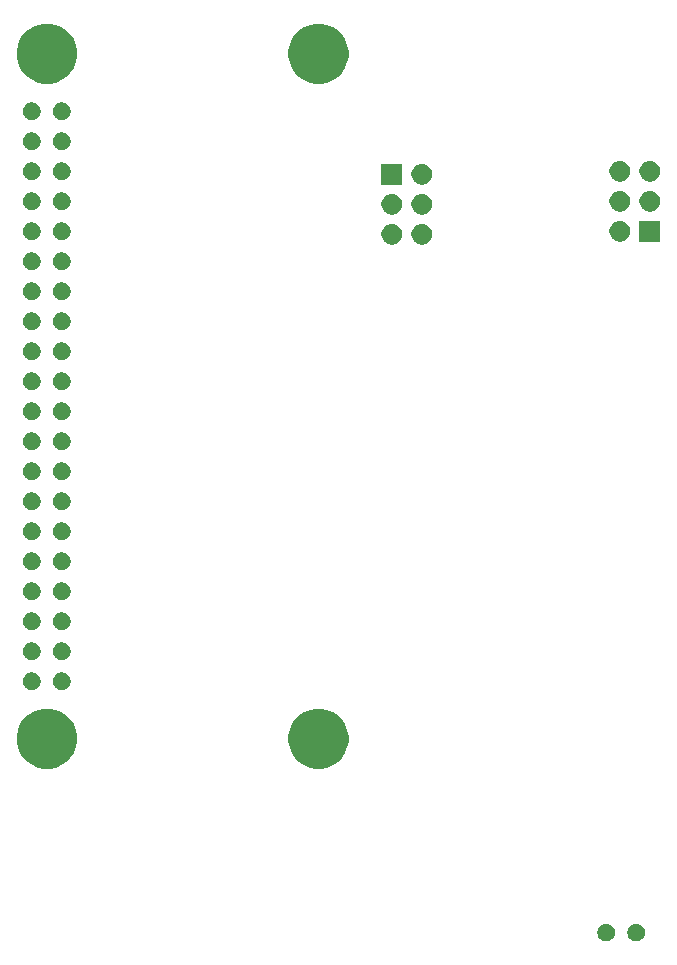
<source format=gbr>
G04 #@! TF.GenerationSoftware,KiCad,Pcbnew,(5.1.6)-1*
G04 #@! TF.CreationDate,2020-10-22T23:31:22-04:00*
G04 #@! TF.ProjectId,flight_computer,666c6967-6874-45f6-936f-6d7075746572,rev?*
G04 #@! TF.SameCoordinates,Original*
G04 #@! TF.FileFunction,Soldermask,Bot*
G04 #@! TF.FilePolarity,Negative*
%FSLAX46Y46*%
G04 Gerber Fmt 4.6, Leading zero omitted, Abs format (unit mm)*
G04 Created by KiCad (PCBNEW (5.1.6)-1) date 2020-10-22 23:31:22*
%MOMM*%
%LPD*%
G01*
G04 APERTURE LIST*
%ADD10C,0.100000*%
G04 APERTURE END LIST*
D10*
G36*
X133038025Y-147793799D02*
G01*
X133162221Y-147818502D01*
X133298622Y-147875001D01*
X133421379Y-147957025D01*
X133525775Y-148061421D01*
X133607799Y-148184178D01*
X133664298Y-148320579D01*
X133693100Y-148465381D01*
X133693100Y-148613019D01*
X133664298Y-148757821D01*
X133607799Y-148894222D01*
X133525775Y-149016979D01*
X133421379Y-149121375D01*
X133298622Y-149203399D01*
X133162221Y-149259898D01*
X133038025Y-149284601D01*
X133017420Y-149288700D01*
X132869780Y-149288700D01*
X132849175Y-149284601D01*
X132724979Y-149259898D01*
X132588578Y-149203399D01*
X132465821Y-149121375D01*
X132361425Y-149016979D01*
X132279401Y-148894222D01*
X132222902Y-148757821D01*
X132194100Y-148613019D01*
X132194100Y-148465381D01*
X132222902Y-148320579D01*
X132279401Y-148184178D01*
X132361425Y-148061421D01*
X132465821Y-147957025D01*
X132588578Y-147875001D01*
X132724979Y-147818502D01*
X132849175Y-147793799D01*
X132869780Y-147789700D01*
X133017420Y-147789700D01*
X133038025Y-147793799D01*
G37*
G36*
X130498025Y-147793799D02*
G01*
X130622221Y-147818502D01*
X130758622Y-147875001D01*
X130881379Y-147957025D01*
X130985775Y-148061421D01*
X131067799Y-148184178D01*
X131124298Y-148320579D01*
X131153100Y-148465381D01*
X131153100Y-148613019D01*
X131124298Y-148757821D01*
X131067799Y-148894222D01*
X130985775Y-149016979D01*
X130881379Y-149121375D01*
X130758622Y-149203399D01*
X130622221Y-149259898D01*
X130498025Y-149284601D01*
X130477420Y-149288700D01*
X130329780Y-149288700D01*
X130309175Y-149284601D01*
X130184979Y-149259898D01*
X130048578Y-149203399D01*
X129925821Y-149121375D01*
X129821425Y-149016979D01*
X129739401Y-148894222D01*
X129682902Y-148757821D01*
X129654100Y-148613019D01*
X129654100Y-148465381D01*
X129682902Y-148320579D01*
X129739401Y-148184178D01*
X129821425Y-148061421D01*
X129925821Y-147957025D01*
X130048578Y-147875001D01*
X130184979Y-147818502D01*
X130309175Y-147793799D01*
X130329780Y-147789700D01*
X130477420Y-147789700D01*
X130498025Y-147793799D01*
G37*
G36*
X83802098Y-129671033D02*
G01*
X84266350Y-129863332D01*
X84266352Y-129863333D01*
X84684168Y-130142509D01*
X85039491Y-130497832D01*
X85318667Y-130915648D01*
X85318668Y-130915650D01*
X85510967Y-131379902D01*
X85609000Y-131872747D01*
X85609000Y-132375253D01*
X85510967Y-132868098D01*
X85318668Y-133332350D01*
X85318667Y-133332352D01*
X85039491Y-133750168D01*
X84684168Y-134105491D01*
X84266352Y-134384667D01*
X84266351Y-134384668D01*
X84266350Y-134384668D01*
X83802098Y-134576967D01*
X83309253Y-134675000D01*
X82806747Y-134675000D01*
X82313902Y-134576967D01*
X81849650Y-134384668D01*
X81849649Y-134384668D01*
X81849648Y-134384667D01*
X81431832Y-134105491D01*
X81076509Y-133750168D01*
X80797333Y-133332352D01*
X80797332Y-133332350D01*
X80605033Y-132868098D01*
X80507000Y-132375253D01*
X80507000Y-131872747D01*
X80605033Y-131379902D01*
X80797332Y-130915650D01*
X80797333Y-130915648D01*
X81076509Y-130497832D01*
X81431832Y-130142509D01*
X81849648Y-129863333D01*
X81849650Y-129863332D01*
X82313902Y-129671033D01*
X82806747Y-129573000D01*
X83309253Y-129573000D01*
X83802098Y-129671033D01*
G37*
G36*
X106802098Y-129671033D02*
G01*
X107266350Y-129863332D01*
X107266352Y-129863333D01*
X107684168Y-130142509D01*
X108039491Y-130497832D01*
X108318667Y-130915648D01*
X108318668Y-130915650D01*
X108510967Y-131379902D01*
X108609000Y-131872747D01*
X108609000Y-132375253D01*
X108510967Y-132868098D01*
X108318668Y-133332350D01*
X108318667Y-133332352D01*
X108039491Y-133750168D01*
X107684168Y-134105491D01*
X107266352Y-134384667D01*
X107266351Y-134384668D01*
X107266350Y-134384668D01*
X106802098Y-134576967D01*
X106309253Y-134675000D01*
X105806747Y-134675000D01*
X105313902Y-134576967D01*
X104849650Y-134384668D01*
X104849649Y-134384668D01*
X104849648Y-134384667D01*
X104431832Y-134105491D01*
X104076509Y-133750168D01*
X103797333Y-133332352D01*
X103797332Y-133332350D01*
X103605033Y-132868098D01*
X103507000Y-132375253D01*
X103507000Y-131872747D01*
X103605033Y-131379902D01*
X103797332Y-130915650D01*
X103797333Y-130915648D01*
X104076509Y-130497832D01*
X104431832Y-130142509D01*
X104849648Y-129863333D01*
X104849650Y-129863332D01*
X105313902Y-129671033D01*
X105806747Y-129573000D01*
X106309253Y-129573000D01*
X106802098Y-129671033D01*
G37*
G36*
X84422425Y-126508599D02*
G01*
X84546621Y-126533302D01*
X84683022Y-126589801D01*
X84805779Y-126671825D01*
X84910175Y-126776221D01*
X84992199Y-126898978D01*
X85048698Y-127035379D01*
X85077500Y-127180181D01*
X85077500Y-127327819D01*
X85048698Y-127472621D01*
X84992199Y-127609022D01*
X84910175Y-127731779D01*
X84805779Y-127836175D01*
X84683022Y-127918199D01*
X84546621Y-127974698D01*
X84422425Y-127999401D01*
X84401820Y-128003500D01*
X84254180Y-128003500D01*
X84233575Y-127999401D01*
X84109379Y-127974698D01*
X83972978Y-127918199D01*
X83850221Y-127836175D01*
X83745825Y-127731779D01*
X83663801Y-127609022D01*
X83607302Y-127472621D01*
X83578500Y-127327819D01*
X83578500Y-127180181D01*
X83607302Y-127035379D01*
X83663801Y-126898978D01*
X83745825Y-126776221D01*
X83850221Y-126671825D01*
X83972978Y-126589801D01*
X84109379Y-126533302D01*
X84233575Y-126508599D01*
X84254180Y-126504500D01*
X84401820Y-126504500D01*
X84422425Y-126508599D01*
G37*
G36*
X81882425Y-126508599D02*
G01*
X82006621Y-126533302D01*
X82143022Y-126589801D01*
X82265779Y-126671825D01*
X82370175Y-126776221D01*
X82452199Y-126898978D01*
X82508698Y-127035379D01*
X82537500Y-127180181D01*
X82537500Y-127327819D01*
X82508698Y-127472621D01*
X82452199Y-127609022D01*
X82370175Y-127731779D01*
X82265779Y-127836175D01*
X82143022Y-127918199D01*
X82006621Y-127974698D01*
X81882425Y-127999401D01*
X81861820Y-128003500D01*
X81714180Y-128003500D01*
X81693575Y-127999401D01*
X81569379Y-127974698D01*
X81432978Y-127918199D01*
X81310221Y-127836175D01*
X81205825Y-127731779D01*
X81123801Y-127609022D01*
X81067302Y-127472621D01*
X81038500Y-127327819D01*
X81038500Y-127180181D01*
X81067302Y-127035379D01*
X81123801Y-126898978D01*
X81205825Y-126776221D01*
X81310221Y-126671825D01*
X81432978Y-126589801D01*
X81569379Y-126533302D01*
X81693575Y-126508599D01*
X81714180Y-126504500D01*
X81861820Y-126504500D01*
X81882425Y-126508599D01*
G37*
G36*
X81882425Y-123968599D02*
G01*
X82006621Y-123993302D01*
X82143022Y-124049801D01*
X82265779Y-124131825D01*
X82370175Y-124236221D01*
X82452199Y-124358978D01*
X82508698Y-124495379D01*
X82537500Y-124640181D01*
X82537500Y-124787819D01*
X82508698Y-124932621D01*
X82452199Y-125069022D01*
X82370175Y-125191779D01*
X82265779Y-125296175D01*
X82143022Y-125378199D01*
X82006621Y-125434698D01*
X81882425Y-125459401D01*
X81861820Y-125463500D01*
X81714180Y-125463500D01*
X81693575Y-125459401D01*
X81569379Y-125434698D01*
X81432978Y-125378199D01*
X81310221Y-125296175D01*
X81205825Y-125191779D01*
X81123801Y-125069022D01*
X81067302Y-124932621D01*
X81038500Y-124787819D01*
X81038500Y-124640181D01*
X81067302Y-124495379D01*
X81123801Y-124358978D01*
X81205825Y-124236221D01*
X81310221Y-124131825D01*
X81432978Y-124049801D01*
X81569379Y-123993302D01*
X81693575Y-123968599D01*
X81714180Y-123964500D01*
X81861820Y-123964500D01*
X81882425Y-123968599D01*
G37*
G36*
X84422425Y-123968599D02*
G01*
X84546621Y-123993302D01*
X84683022Y-124049801D01*
X84805779Y-124131825D01*
X84910175Y-124236221D01*
X84992199Y-124358978D01*
X85048698Y-124495379D01*
X85077500Y-124640181D01*
X85077500Y-124787819D01*
X85048698Y-124932621D01*
X84992199Y-125069022D01*
X84910175Y-125191779D01*
X84805779Y-125296175D01*
X84683022Y-125378199D01*
X84546621Y-125434698D01*
X84422425Y-125459401D01*
X84401820Y-125463500D01*
X84254180Y-125463500D01*
X84233575Y-125459401D01*
X84109379Y-125434698D01*
X83972978Y-125378199D01*
X83850221Y-125296175D01*
X83745825Y-125191779D01*
X83663801Y-125069022D01*
X83607302Y-124932621D01*
X83578500Y-124787819D01*
X83578500Y-124640181D01*
X83607302Y-124495379D01*
X83663801Y-124358978D01*
X83745825Y-124236221D01*
X83850221Y-124131825D01*
X83972978Y-124049801D01*
X84109379Y-123993302D01*
X84233575Y-123968599D01*
X84254180Y-123964500D01*
X84401820Y-123964500D01*
X84422425Y-123968599D01*
G37*
G36*
X81882425Y-121428599D02*
G01*
X82006621Y-121453302D01*
X82143022Y-121509801D01*
X82265779Y-121591825D01*
X82370175Y-121696221D01*
X82452199Y-121818978D01*
X82508698Y-121955379D01*
X82537500Y-122100181D01*
X82537500Y-122247819D01*
X82508698Y-122392621D01*
X82452199Y-122529022D01*
X82370175Y-122651779D01*
X82265779Y-122756175D01*
X82143022Y-122838199D01*
X82006621Y-122894698D01*
X81882425Y-122919401D01*
X81861820Y-122923500D01*
X81714180Y-122923500D01*
X81693575Y-122919401D01*
X81569379Y-122894698D01*
X81432978Y-122838199D01*
X81310221Y-122756175D01*
X81205825Y-122651779D01*
X81123801Y-122529022D01*
X81067302Y-122392621D01*
X81038500Y-122247819D01*
X81038500Y-122100181D01*
X81067302Y-121955379D01*
X81123801Y-121818978D01*
X81205825Y-121696221D01*
X81310221Y-121591825D01*
X81432978Y-121509801D01*
X81569379Y-121453302D01*
X81693575Y-121428599D01*
X81714180Y-121424500D01*
X81861820Y-121424500D01*
X81882425Y-121428599D01*
G37*
G36*
X84422425Y-121428599D02*
G01*
X84546621Y-121453302D01*
X84683022Y-121509801D01*
X84805779Y-121591825D01*
X84910175Y-121696221D01*
X84992199Y-121818978D01*
X85048698Y-121955379D01*
X85077500Y-122100181D01*
X85077500Y-122247819D01*
X85048698Y-122392621D01*
X84992199Y-122529022D01*
X84910175Y-122651779D01*
X84805779Y-122756175D01*
X84683022Y-122838199D01*
X84546621Y-122894698D01*
X84422425Y-122919401D01*
X84401820Y-122923500D01*
X84254180Y-122923500D01*
X84233575Y-122919401D01*
X84109379Y-122894698D01*
X83972978Y-122838199D01*
X83850221Y-122756175D01*
X83745825Y-122651779D01*
X83663801Y-122529022D01*
X83607302Y-122392621D01*
X83578500Y-122247819D01*
X83578500Y-122100181D01*
X83607302Y-121955379D01*
X83663801Y-121818978D01*
X83745825Y-121696221D01*
X83850221Y-121591825D01*
X83972978Y-121509801D01*
X84109379Y-121453302D01*
X84233575Y-121428599D01*
X84254180Y-121424500D01*
X84401820Y-121424500D01*
X84422425Y-121428599D01*
G37*
G36*
X84422425Y-118888599D02*
G01*
X84546621Y-118913302D01*
X84683022Y-118969801D01*
X84805779Y-119051825D01*
X84910175Y-119156221D01*
X84992199Y-119278978D01*
X85048698Y-119415379D01*
X85077500Y-119560181D01*
X85077500Y-119707819D01*
X85048698Y-119852621D01*
X84992199Y-119989022D01*
X84910175Y-120111779D01*
X84805779Y-120216175D01*
X84683022Y-120298199D01*
X84546621Y-120354698D01*
X84422425Y-120379401D01*
X84401820Y-120383500D01*
X84254180Y-120383500D01*
X84233575Y-120379401D01*
X84109379Y-120354698D01*
X83972978Y-120298199D01*
X83850221Y-120216175D01*
X83745825Y-120111779D01*
X83663801Y-119989022D01*
X83607302Y-119852621D01*
X83578500Y-119707819D01*
X83578500Y-119560181D01*
X83607302Y-119415379D01*
X83663801Y-119278978D01*
X83745825Y-119156221D01*
X83850221Y-119051825D01*
X83972978Y-118969801D01*
X84109379Y-118913302D01*
X84233575Y-118888599D01*
X84254180Y-118884500D01*
X84401820Y-118884500D01*
X84422425Y-118888599D01*
G37*
G36*
X81882425Y-118888599D02*
G01*
X82006621Y-118913302D01*
X82143022Y-118969801D01*
X82265779Y-119051825D01*
X82370175Y-119156221D01*
X82452199Y-119278978D01*
X82508698Y-119415379D01*
X82537500Y-119560181D01*
X82537500Y-119707819D01*
X82508698Y-119852621D01*
X82452199Y-119989022D01*
X82370175Y-120111779D01*
X82265779Y-120216175D01*
X82143022Y-120298199D01*
X82006621Y-120354698D01*
X81882425Y-120379401D01*
X81861820Y-120383500D01*
X81714180Y-120383500D01*
X81693575Y-120379401D01*
X81569379Y-120354698D01*
X81432978Y-120298199D01*
X81310221Y-120216175D01*
X81205825Y-120111779D01*
X81123801Y-119989022D01*
X81067302Y-119852621D01*
X81038500Y-119707819D01*
X81038500Y-119560181D01*
X81067302Y-119415379D01*
X81123801Y-119278978D01*
X81205825Y-119156221D01*
X81310221Y-119051825D01*
X81432978Y-118969801D01*
X81569379Y-118913302D01*
X81693575Y-118888599D01*
X81714180Y-118884500D01*
X81861820Y-118884500D01*
X81882425Y-118888599D01*
G37*
G36*
X84422425Y-116348599D02*
G01*
X84546621Y-116373302D01*
X84683022Y-116429801D01*
X84805779Y-116511825D01*
X84910175Y-116616221D01*
X84992199Y-116738978D01*
X85048698Y-116875379D01*
X85077500Y-117020181D01*
X85077500Y-117167819D01*
X85048698Y-117312621D01*
X84992199Y-117449022D01*
X84910175Y-117571779D01*
X84805779Y-117676175D01*
X84683022Y-117758199D01*
X84546621Y-117814698D01*
X84422425Y-117839401D01*
X84401820Y-117843500D01*
X84254180Y-117843500D01*
X84233575Y-117839401D01*
X84109379Y-117814698D01*
X83972978Y-117758199D01*
X83850221Y-117676175D01*
X83745825Y-117571779D01*
X83663801Y-117449022D01*
X83607302Y-117312621D01*
X83578500Y-117167819D01*
X83578500Y-117020181D01*
X83607302Y-116875379D01*
X83663801Y-116738978D01*
X83745825Y-116616221D01*
X83850221Y-116511825D01*
X83972978Y-116429801D01*
X84109379Y-116373302D01*
X84233575Y-116348599D01*
X84254180Y-116344500D01*
X84401820Y-116344500D01*
X84422425Y-116348599D01*
G37*
G36*
X81882425Y-116348599D02*
G01*
X82006621Y-116373302D01*
X82143022Y-116429801D01*
X82265779Y-116511825D01*
X82370175Y-116616221D01*
X82452199Y-116738978D01*
X82508698Y-116875379D01*
X82537500Y-117020181D01*
X82537500Y-117167819D01*
X82508698Y-117312621D01*
X82452199Y-117449022D01*
X82370175Y-117571779D01*
X82265779Y-117676175D01*
X82143022Y-117758199D01*
X82006621Y-117814698D01*
X81882425Y-117839401D01*
X81861820Y-117843500D01*
X81714180Y-117843500D01*
X81693575Y-117839401D01*
X81569379Y-117814698D01*
X81432978Y-117758199D01*
X81310221Y-117676175D01*
X81205825Y-117571779D01*
X81123801Y-117449022D01*
X81067302Y-117312621D01*
X81038500Y-117167819D01*
X81038500Y-117020181D01*
X81067302Y-116875379D01*
X81123801Y-116738978D01*
X81205825Y-116616221D01*
X81310221Y-116511825D01*
X81432978Y-116429801D01*
X81569379Y-116373302D01*
X81693575Y-116348599D01*
X81714180Y-116344500D01*
X81861820Y-116344500D01*
X81882425Y-116348599D01*
G37*
G36*
X81882425Y-113808599D02*
G01*
X82006621Y-113833302D01*
X82143022Y-113889801D01*
X82265779Y-113971825D01*
X82370175Y-114076221D01*
X82452199Y-114198978D01*
X82508698Y-114335379D01*
X82537500Y-114480181D01*
X82537500Y-114627819D01*
X82508698Y-114772621D01*
X82452199Y-114909022D01*
X82370175Y-115031779D01*
X82265779Y-115136175D01*
X82143022Y-115218199D01*
X82006621Y-115274698D01*
X81882425Y-115299401D01*
X81861820Y-115303500D01*
X81714180Y-115303500D01*
X81693575Y-115299401D01*
X81569379Y-115274698D01*
X81432978Y-115218199D01*
X81310221Y-115136175D01*
X81205825Y-115031779D01*
X81123801Y-114909022D01*
X81067302Y-114772621D01*
X81038500Y-114627819D01*
X81038500Y-114480181D01*
X81067302Y-114335379D01*
X81123801Y-114198978D01*
X81205825Y-114076221D01*
X81310221Y-113971825D01*
X81432978Y-113889801D01*
X81569379Y-113833302D01*
X81693575Y-113808599D01*
X81714180Y-113804500D01*
X81861820Y-113804500D01*
X81882425Y-113808599D01*
G37*
G36*
X84422425Y-113808599D02*
G01*
X84546621Y-113833302D01*
X84683022Y-113889801D01*
X84805779Y-113971825D01*
X84910175Y-114076221D01*
X84992199Y-114198978D01*
X85048698Y-114335379D01*
X85077500Y-114480181D01*
X85077500Y-114627819D01*
X85048698Y-114772621D01*
X84992199Y-114909022D01*
X84910175Y-115031779D01*
X84805779Y-115136175D01*
X84683022Y-115218199D01*
X84546621Y-115274698D01*
X84422425Y-115299401D01*
X84401820Y-115303500D01*
X84254180Y-115303500D01*
X84233575Y-115299401D01*
X84109379Y-115274698D01*
X83972978Y-115218199D01*
X83850221Y-115136175D01*
X83745825Y-115031779D01*
X83663801Y-114909022D01*
X83607302Y-114772621D01*
X83578500Y-114627819D01*
X83578500Y-114480181D01*
X83607302Y-114335379D01*
X83663801Y-114198978D01*
X83745825Y-114076221D01*
X83850221Y-113971825D01*
X83972978Y-113889801D01*
X84109379Y-113833302D01*
X84233575Y-113808599D01*
X84254180Y-113804500D01*
X84401820Y-113804500D01*
X84422425Y-113808599D01*
G37*
G36*
X81882425Y-111268599D02*
G01*
X82006621Y-111293302D01*
X82143022Y-111349801D01*
X82265779Y-111431825D01*
X82370175Y-111536221D01*
X82452199Y-111658978D01*
X82508698Y-111795379D01*
X82537500Y-111940181D01*
X82537500Y-112087819D01*
X82508698Y-112232621D01*
X82452199Y-112369022D01*
X82370175Y-112491779D01*
X82265779Y-112596175D01*
X82143022Y-112678199D01*
X82006621Y-112734698D01*
X81882425Y-112759401D01*
X81861820Y-112763500D01*
X81714180Y-112763500D01*
X81693575Y-112759401D01*
X81569379Y-112734698D01*
X81432978Y-112678199D01*
X81310221Y-112596175D01*
X81205825Y-112491779D01*
X81123801Y-112369022D01*
X81067302Y-112232621D01*
X81038500Y-112087819D01*
X81038500Y-111940181D01*
X81067302Y-111795379D01*
X81123801Y-111658978D01*
X81205825Y-111536221D01*
X81310221Y-111431825D01*
X81432978Y-111349801D01*
X81569379Y-111293302D01*
X81693575Y-111268599D01*
X81714180Y-111264500D01*
X81861820Y-111264500D01*
X81882425Y-111268599D01*
G37*
G36*
X84422425Y-111268599D02*
G01*
X84546621Y-111293302D01*
X84683022Y-111349801D01*
X84805779Y-111431825D01*
X84910175Y-111536221D01*
X84992199Y-111658978D01*
X85048698Y-111795379D01*
X85077500Y-111940181D01*
X85077500Y-112087819D01*
X85048698Y-112232621D01*
X84992199Y-112369022D01*
X84910175Y-112491779D01*
X84805779Y-112596175D01*
X84683022Y-112678199D01*
X84546621Y-112734698D01*
X84422425Y-112759401D01*
X84401820Y-112763500D01*
X84254180Y-112763500D01*
X84233575Y-112759401D01*
X84109379Y-112734698D01*
X83972978Y-112678199D01*
X83850221Y-112596175D01*
X83745825Y-112491779D01*
X83663801Y-112369022D01*
X83607302Y-112232621D01*
X83578500Y-112087819D01*
X83578500Y-111940181D01*
X83607302Y-111795379D01*
X83663801Y-111658978D01*
X83745825Y-111536221D01*
X83850221Y-111431825D01*
X83972978Y-111349801D01*
X84109379Y-111293302D01*
X84233575Y-111268599D01*
X84254180Y-111264500D01*
X84401820Y-111264500D01*
X84422425Y-111268599D01*
G37*
G36*
X84422425Y-108728599D02*
G01*
X84546621Y-108753302D01*
X84683022Y-108809801D01*
X84805779Y-108891825D01*
X84910175Y-108996221D01*
X84992199Y-109118978D01*
X85048698Y-109255379D01*
X85077500Y-109400181D01*
X85077500Y-109547819D01*
X85048698Y-109692621D01*
X84992199Y-109829022D01*
X84910175Y-109951779D01*
X84805779Y-110056175D01*
X84683022Y-110138199D01*
X84546621Y-110194698D01*
X84422425Y-110219401D01*
X84401820Y-110223500D01*
X84254180Y-110223500D01*
X84233575Y-110219401D01*
X84109379Y-110194698D01*
X83972978Y-110138199D01*
X83850221Y-110056175D01*
X83745825Y-109951779D01*
X83663801Y-109829022D01*
X83607302Y-109692621D01*
X83578500Y-109547819D01*
X83578500Y-109400181D01*
X83607302Y-109255379D01*
X83663801Y-109118978D01*
X83745825Y-108996221D01*
X83850221Y-108891825D01*
X83972978Y-108809801D01*
X84109379Y-108753302D01*
X84233575Y-108728599D01*
X84254180Y-108724500D01*
X84401820Y-108724500D01*
X84422425Y-108728599D01*
G37*
G36*
X81882425Y-108728599D02*
G01*
X82006621Y-108753302D01*
X82143022Y-108809801D01*
X82265779Y-108891825D01*
X82370175Y-108996221D01*
X82452199Y-109118978D01*
X82508698Y-109255379D01*
X82537500Y-109400181D01*
X82537500Y-109547819D01*
X82508698Y-109692621D01*
X82452199Y-109829022D01*
X82370175Y-109951779D01*
X82265779Y-110056175D01*
X82143022Y-110138199D01*
X82006621Y-110194698D01*
X81882425Y-110219401D01*
X81861820Y-110223500D01*
X81714180Y-110223500D01*
X81693575Y-110219401D01*
X81569379Y-110194698D01*
X81432978Y-110138199D01*
X81310221Y-110056175D01*
X81205825Y-109951779D01*
X81123801Y-109829022D01*
X81067302Y-109692621D01*
X81038500Y-109547819D01*
X81038500Y-109400181D01*
X81067302Y-109255379D01*
X81123801Y-109118978D01*
X81205825Y-108996221D01*
X81310221Y-108891825D01*
X81432978Y-108809801D01*
X81569379Y-108753302D01*
X81693575Y-108728599D01*
X81714180Y-108724500D01*
X81861820Y-108724500D01*
X81882425Y-108728599D01*
G37*
G36*
X81882425Y-106188599D02*
G01*
X82006621Y-106213302D01*
X82143022Y-106269801D01*
X82265779Y-106351825D01*
X82370175Y-106456221D01*
X82452199Y-106578978D01*
X82508698Y-106715379D01*
X82537500Y-106860181D01*
X82537500Y-107007819D01*
X82508698Y-107152621D01*
X82452199Y-107289022D01*
X82370175Y-107411779D01*
X82265779Y-107516175D01*
X82143022Y-107598199D01*
X82006621Y-107654698D01*
X81882425Y-107679401D01*
X81861820Y-107683500D01*
X81714180Y-107683500D01*
X81693575Y-107679401D01*
X81569379Y-107654698D01*
X81432978Y-107598199D01*
X81310221Y-107516175D01*
X81205825Y-107411779D01*
X81123801Y-107289022D01*
X81067302Y-107152621D01*
X81038500Y-107007819D01*
X81038500Y-106860181D01*
X81067302Y-106715379D01*
X81123801Y-106578978D01*
X81205825Y-106456221D01*
X81310221Y-106351825D01*
X81432978Y-106269801D01*
X81569379Y-106213302D01*
X81693575Y-106188599D01*
X81714180Y-106184500D01*
X81861820Y-106184500D01*
X81882425Y-106188599D01*
G37*
G36*
X84422425Y-106188599D02*
G01*
X84546621Y-106213302D01*
X84683022Y-106269801D01*
X84805779Y-106351825D01*
X84910175Y-106456221D01*
X84992199Y-106578978D01*
X85048698Y-106715379D01*
X85077500Y-106860181D01*
X85077500Y-107007819D01*
X85048698Y-107152621D01*
X84992199Y-107289022D01*
X84910175Y-107411779D01*
X84805779Y-107516175D01*
X84683022Y-107598199D01*
X84546621Y-107654698D01*
X84422425Y-107679401D01*
X84401820Y-107683500D01*
X84254180Y-107683500D01*
X84233575Y-107679401D01*
X84109379Y-107654698D01*
X83972978Y-107598199D01*
X83850221Y-107516175D01*
X83745825Y-107411779D01*
X83663801Y-107289022D01*
X83607302Y-107152621D01*
X83578500Y-107007819D01*
X83578500Y-106860181D01*
X83607302Y-106715379D01*
X83663801Y-106578978D01*
X83745825Y-106456221D01*
X83850221Y-106351825D01*
X83972978Y-106269801D01*
X84109379Y-106213302D01*
X84233575Y-106188599D01*
X84254180Y-106184500D01*
X84401820Y-106184500D01*
X84422425Y-106188599D01*
G37*
G36*
X84422425Y-103648599D02*
G01*
X84546621Y-103673302D01*
X84683022Y-103729801D01*
X84805779Y-103811825D01*
X84910175Y-103916221D01*
X84992199Y-104038978D01*
X85048698Y-104175379D01*
X85077500Y-104320181D01*
X85077500Y-104467819D01*
X85048698Y-104612621D01*
X84992199Y-104749022D01*
X84910175Y-104871779D01*
X84805779Y-104976175D01*
X84683022Y-105058199D01*
X84546621Y-105114698D01*
X84422425Y-105139401D01*
X84401820Y-105143500D01*
X84254180Y-105143500D01*
X84233575Y-105139401D01*
X84109379Y-105114698D01*
X83972978Y-105058199D01*
X83850221Y-104976175D01*
X83745825Y-104871779D01*
X83663801Y-104749022D01*
X83607302Y-104612621D01*
X83578500Y-104467819D01*
X83578500Y-104320181D01*
X83607302Y-104175379D01*
X83663801Y-104038978D01*
X83745825Y-103916221D01*
X83850221Y-103811825D01*
X83972978Y-103729801D01*
X84109379Y-103673302D01*
X84233575Y-103648599D01*
X84254180Y-103644500D01*
X84401820Y-103644500D01*
X84422425Y-103648599D01*
G37*
G36*
X81882425Y-103648599D02*
G01*
X82006621Y-103673302D01*
X82143022Y-103729801D01*
X82265779Y-103811825D01*
X82370175Y-103916221D01*
X82452199Y-104038978D01*
X82508698Y-104175379D01*
X82537500Y-104320181D01*
X82537500Y-104467819D01*
X82508698Y-104612621D01*
X82452199Y-104749022D01*
X82370175Y-104871779D01*
X82265779Y-104976175D01*
X82143022Y-105058199D01*
X82006621Y-105114698D01*
X81882425Y-105139401D01*
X81861820Y-105143500D01*
X81714180Y-105143500D01*
X81693575Y-105139401D01*
X81569379Y-105114698D01*
X81432978Y-105058199D01*
X81310221Y-104976175D01*
X81205825Y-104871779D01*
X81123801Y-104749022D01*
X81067302Y-104612621D01*
X81038500Y-104467819D01*
X81038500Y-104320181D01*
X81067302Y-104175379D01*
X81123801Y-104038978D01*
X81205825Y-103916221D01*
X81310221Y-103811825D01*
X81432978Y-103729801D01*
X81569379Y-103673302D01*
X81693575Y-103648599D01*
X81714180Y-103644500D01*
X81861820Y-103644500D01*
X81882425Y-103648599D01*
G37*
G36*
X84422425Y-101108599D02*
G01*
X84546621Y-101133302D01*
X84683022Y-101189801D01*
X84805779Y-101271825D01*
X84910175Y-101376221D01*
X84992199Y-101498978D01*
X85048698Y-101635379D01*
X85077500Y-101780181D01*
X85077500Y-101927819D01*
X85048698Y-102072621D01*
X84992199Y-102209022D01*
X84910175Y-102331779D01*
X84805779Y-102436175D01*
X84683022Y-102518199D01*
X84546621Y-102574698D01*
X84422425Y-102599401D01*
X84401820Y-102603500D01*
X84254180Y-102603500D01*
X84233575Y-102599401D01*
X84109379Y-102574698D01*
X83972978Y-102518199D01*
X83850221Y-102436175D01*
X83745825Y-102331779D01*
X83663801Y-102209022D01*
X83607302Y-102072621D01*
X83578500Y-101927819D01*
X83578500Y-101780181D01*
X83607302Y-101635379D01*
X83663801Y-101498978D01*
X83745825Y-101376221D01*
X83850221Y-101271825D01*
X83972978Y-101189801D01*
X84109379Y-101133302D01*
X84233575Y-101108599D01*
X84254180Y-101104500D01*
X84401820Y-101104500D01*
X84422425Y-101108599D01*
G37*
G36*
X81882425Y-101108599D02*
G01*
X82006621Y-101133302D01*
X82143022Y-101189801D01*
X82265779Y-101271825D01*
X82370175Y-101376221D01*
X82452199Y-101498978D01*
X82508698Y-101635379D01*
X82537500Y-101780181D01*
X82537500Y-101927819D01*
X82508698Y-102072621D01*
X82452199Y-102209022D01*
X82370175Y-102331779D01*
X82265779Y-102436175D01*
X82143022Y-102518199D01*
X82006621Y-102574698D01*
X81882425Y-102599401D01*
X81861820Y-102603500D01*
X81714180Y-102603500D01*
X81693575Y-102599401D01*
X81569379Y-102574698D01*
X81432978Y-102518199D01*
X81310221Y-102436175D01*
X81205825Y-102331779D01*
X81123801Y-102209022D01*
X81067302Y-102072621D01*
X81038500Y-101927819D01*
X81038500Y-101780181D01*
X81067302Y-101635379D01*
X81123801Y-101498978D01*
X81205825Y-101376221D01*
X81310221Y-101271825D01*
X81432978Y-101189801D01*
X81569379Y-101133302D01*
X81693575Y-101108599D01*
X81714180Y-101104500D01*
X81861820Y-101104500D01*
X81882425Y-101108599D01*
G37*
G36*
X81882425Y-98568599D02*
G01*
X82006621Y-98593302D01*
X82143022Y-98649801D01*
X82265779Y-98731825D01*
X82370175Y-98836221D01*
X82452199Y-98958978D01*
X82508698Y-99095379D01*
X82537500Y-99240181D01*
X82537500Y-99387819D01*
X82508698Y-99532621D01*
X82452199Y-99669022D01*
X82370175Y-99791779D01*
X82265779Y-99896175D01*
X82143022Y-99978199D01*
X82006621Y-100034698D01*
X81882425Y-100059401D01*
X81861820Y-100063500D01*
X81714180Y-100063500D01*
X81693575Y-100059401D01*
X81569379Y-100034698D01*
X81432978Y-99978199D01*
X81310221Y-99896175D01*
X81205825Y-99791779D01*
X81123801Y-99669022D01*
X81067302Y-99532621D01*
X81038500Y-99387819D01*
X81038500Y-99240181D01*
X81067302Y-99095379D01*
X81123801Y-98958978D01*
X81205825Y-98836221D01*
X81310221Y-98731825D01*
X81432978Y-98649801D01*
X81569379Y-98593302D01*
X81693575Y-98568599D01*
X81714180Y-98564500D01*
X81861820Y-98564500D01*
X81882425Y-98568599D01*
G37*
G36*
X84422425Y-98568599D02*
G01*
X84546621Y-98593302D01*
X84683022Y-98649801D01*
X84805779Y-98731825D01*
X84910175Y-98836221D01*
X84992199Y-98958978D01*
X85048698Y-99095379D01*
X85077500Y-99240181D01*
X85077500Y-99387819D01*
X85048698Y-99532621D01*
X84992199Y-99669022D01*
X84910175Y-99791779D01*
X84805779Y-99896175D01*
X84683022Y-99978199D01*
X84546621Y-100034698D01*
X84422425Y-100059401D01*
X84401820Y-100063500D01*
X84254180Y-100063500D01*
X84233575Y-100059401D01*
X84109379Y-100034698D01*
X83972978Y-99978199D01*
X83850221Y-99896175D01*
X83745825Y-99791779D01*
X83663801Y-99669022D01*
X83607302Y-99532621D01*
X83578500Y-99387819D01*
X83578500Y-99240181D01*
X83607302Y-99095379D01*
X83663801Y-98958978D01*
X83745825Y-98836221D01*
X83850221Y-98731825D01*
X83972978Y-98649801D01*
X84109379Y-98593302D01*
X84233575Y-98568599D01*
X84254180Y-98564500D01*
X84401820Y-98564500D01*
X84422425Y-98568599D01*
G37*
G36*
X84422425Y-96028599D02*
G01*
X84546621Y-96053302D01*
X84683022Y-96109801D01*
X84805779Y-96191825D01*
X84910175Y-96296221D01*
X84992199Y-96418978D01*
X85048698Y-96555379D01*
X85077500Y-96700181D01*
X85077500Y-96847819D01*
X85048698Y-96992621D01*
X84992199Y-97129022D01*
X84910175Y-97251779D01*
X84805779Y-97356175D01*
X84683022Y-97438199D01*
X84546621Y-97494698D01*
X84422425Y-97519401D01*
X84401820Y-97523500D01*
X84254180Y-97523500D01*
X84233575Y-97519401D01*
X84109379Y-97494698D01*
X83972978Y-97438199D01*
X83850221Y-97356175D01*
X83745825Y-97251779D01*
X83663801Y-97129022D01*
X83607302Y-96992621D01*
X83578500Y-96847819D01*
X83578500Y-96700181D01*
X83607302Y-96555379D01*
X83663801Y-96418978D01*
X83745825Y-96296221D01*
X83850221Y-96191825D01*
X83972978Y-96109801D01*
X84109379Y-96053302D01*
X84233575Y-96028599D01*
X84254180Y-96024500D01*
X84401820Y-96024500D01*
X84422425Y-96028599D01*
G37*
G36*
X81882425Y-96028599D02*
G01*
X82006621Y-96053302D01*
X82143022Y-96109801D01*
X82265779Y-96191825D01*
X82370175Y-96296221D01*
X82452199Y-96418978D01*
X82508698Y-96555379D01*
X82537500Y-96700181D01*
X82537500Y-96847819D01*
X82508698Y-96992621D01*
X82452199Y-97129022D01*
X82370175Y-97251779D01*
X82265779Y-97356175D01*
X82143022Y-97438199D01*
X82006621Y-97494698D01*
X81882425Y-97519401D01*
X81861820Y-97523500D01*
X81714180Y-97523500D01*
X81693575Y-97519401D01*
X81569379Y-97494698D01*
X81432978Y-97438199D01*
X81310221Y-97356175D01*
X81205825Y-97251779D01*
X81123801Y-97129022D01*
X81067302Y-96992621D01*
X81038500Y-96847819D01*
X81038500Y-96700181D01*
X81067302Y-96555379D01*
X81123801Y-96418978D01*
X81205825Y-96296221D01*
X81310221Y-96191825D01*
X81432978Y-96109801D01*
X81569379Y-96053302D01*
X81693575Y-96028599D01*
X81714180Y-96024500D01*
X81861820Y-96024500D01*
X81882425Y-96028599D01*
G37*
G36*
X81882425Y-93488599D02*
G01*
X82006621Y-93513302D01*
X82143022Y-93569801D01*
X82265779Y-93651825D01*
X82370175Y-93756221D01*
X82452199Y-93878978D01*
X82508698Y-94015379D01*
X82537500Y-94160181D01*
X82537500Y-94307819D01*
X82508698Y-94452621D01*
X82452199Y-94589022D01*
X82370175Y-94711779D01*
X82265779Y-94816175D01*
X82143022Y-94898199D01*
X82006621Y-94954698D01*
X81882425Y-94979401D01*
X81861820Y-94983500D01*
X81714180Y-94983500D01*
X81693575Y-94979401D01*
X81569379Y-94954698D01*
X81432978Y-94898199D01*
X81310221Y-94816175D01*
X81205825Y-94711779D01*
X81123801Y-94589022D01*
X81067302Y-94452621D01*
X81038500Y-94307819D01*
X81038500Y-94160181D01*
X81067302Y-94015379D01*
X81123801Y-93878978D01*
X81205825Y-93756221D01*
X81310221Y-93651825D01*
X81432978Y-93569801D01*
X81569379Y-93513302D01*
X81693575Y-93488599D01*
X81714180Y-93484500D01*
X81861820Y-93484500D01*
X81882425Y-93488599D01*
G37*
G36*
X84422425Y-93488599D02*
G01*
X84546621Y-93513302D01*
X84683022Y-93569801D01*
X84805779Y-93651825D01*
X84910175Y-93756221D01*
X84992199Y-93878978D01*
X85048698Y-94015379D01*
X85077500Y-94160181D01*
X85077500Y-94307819D01*
X85048698Y-94452621D01*
X84992199Y-94589022D01*
X84910175Y-94711779D01*
X84805779Y-94816175D01*
X84683022Y-94898199D01*
X84546621Y-94954698D01*
X84422425Y-94979401D01*
X84401820Y-94983500D01*
X84254180Y-94983500D01*
X84233575Y-94979401D01*
X84109379Y-94954698D01*
X83972978Y-94898199D01*
X83850221Y-94816175D01*
X83745825Y-94711779D01*
X83663801Y-94589022D01*
X83607302Y-94452621D01*
X83578500Y-94307819D01*
X83578500Y-94160181D01*
X83607302Y-94015379D01*
X83663801Y-93878978D01*
X83745825Y-93756221D01*
X83850221Y-93651825D01*
X83972978Y-93569801D01*
X84109379Y-93513302D01*
X84233575Y-93488599D01*
X84254180Y-93484500D01*
X84401820Y-93484500D01*
X84422425Y-93488599D01*
G37*
G36*
X81882425Y-90948599D02*
G01*
X82006621Y-90973302D01*
X82143022Y-91029801D01*
X82265779Y-91111825D01*
X82370175Y-91216221D01*
X82452199Y-91338978D01*
X82508698Y-91475379D01*
X82537500Y-91620181D01*
X82537500Y-91767819D01*
X82508698Y-91912621D01*
X82452199Y-92049022D01*
X82370175Y-92171779D01*
X82265779Y-92276175D01*
X82143022Y-92358199D01*
X82006621Y-92414698D01*
X81882425Y-92439401D01*
X81861820Y-92443500D01*
X81714180Y-92443500D01*
X81693575Y-92439401D01*
X81569379Y-92414698D01*
X81432978Y-92358199D01*
X81310221Y-92276175D01*
X81205825Y-92171779D01*
X81123801Y-92049022D01*
X81067302Y-91912621D01*
X81038500Y-91767819D01*
X81038500Y-91620181D01*
X81067302Y-91475379D01*
X81123801Y-91338978D01*
X81205825Y-91216221D01*
X81310221Y-91111825D01*
X81432978Y-91029801D01*
X81569379Y-90973302D01*
X81693575Y-90948599D01*
X81714180Y-90944500D01*
X81861820Y-90944500D01*
X81882425Y-90948599D01*
G37*
G36*
X84422425Y-90948599D02*
G01*
X84546621Y-90973302D01*
X84683022Y-91029801D01*
X84805779Y-91111825D01*
X84910175Y-91216221D01*
X84992199Y-91338978D01*
X85048698Y-91475379D01*
X85077500Y-91620181D01*
X85077500Y-91767819D01*
X85048698Y-91912621D01*
X84992199Y-92049022D01*
X84910175Y-92171779D01*
X84805779Y-92276175D01*
X84683022Y-92358199D01*
X84546621Y-92414698D01*
X84422425Y-92439401D01*
X84401820Y-92443500D01*
X84254180Y-92443500D01*
X84233575Y-92439401D01*
X84109379Y-92414698D01*
X83972978Y-92358199D01*
X83850221Y-92276175D01*
X83745825Y-92171779D01*
X83663801Y-92049022D01*
X83607302Y-91912621D01*
X83578500Y-91767819D01*
X83578500Y-91620181D01*
X83607302Y-91475379D01*
X83663801Y-91338978D01*
X83745825Y-91216221D01*
X83850221Y-91111825D01*
X83972978Y-91029801D01*
X84109379Y-90973302D01*
X84233575Y-90948599D01*
X84254180Y-90944500D01*
X84401820Y-90944500D01*
X84422425Y-90948599D01*
G37*
G36*
X112438997Y-88548342D02*
G01*
X112523666Y-88565183D01*
X112589738Y-88592551D01*
X112683177Y-88631255D01*
X112826736Y-88727178D01*
X112948822Y-88849264D01*
X113044745Y-88992823D01*
X113110817Y-89152335D01*
X113144500Y-89321671D01*
X113144500Y-89494329D01*
X113110817Y-89663665D01*
X113044745Y-89823177D01*
X112948822Y-89966736D01*
X112826736Y-90088822D01*
X112683177Y-90184745D01*
X112589738Y-90223449D01*
X112523666Y-90250817D01*
X112438997Y-90267658D01*
X112354329Y-90284500D01*
X112181671Y-90284500D01*
X112097003Y-90267658D01*
X112012334Y-90250817D01*
X111946262Y-90223449D01*
X111852823Y-90184745D01*
X111709264Y-90088822D01*
X111587178Y-89966736D01*
X111491255Y-89823177D01*
X111425183Y-89663665D01*
X111391500Y-89494329D01*
X111391500Y-89321671D01*
X111425183Y-89152335D01*
X111491255Y-88992823D01*
X111587178Y-88849264D01*
X111709264Y-88727178D01*
X111852823Y-88631255D01*
X111946262Y-88592551D01*
X112012334Y-88565183D01*
X112097003Y-88548342D01*
X112181671Y-88531500D01*
X112354329Y-88531500D01*
X112438997Y-88548342D01*
G37*
G36*
X114978997Y-88548342D02*
G01*
X115063666Y-88565183D01*
X115129738Y-88592551D01*
X115223177Y-88631255D01*
X115366736Y-88727178D01*
X115488822Y-88849264D01*
X115584745Y-88992823D01*
X115650817Y-89152335D01*
X115684500Y-89321671D01*
X115684500Y-89494329D01*
X115650817Y-89663665D01*
X115584745Y-89823177D01*
X115488822Y-89966736D01*
X115366736Y-90088822D01*
X115223177Y-90184745D01*
X115129738Y-90223449D01*
X115063666Y-90250817D01*
X114978997Y-90267658D01*
X114894329Y-90284500D01*
X114721671Y-90284500D01*
X114637003Y-90267658D01*
X114552334Y-90250817D01*
X114486262Y-90223449D01*
X114392823Y-90184745D01*
X114249264Y-90088822D01*
X114127178Y-89966736D01*
X114031255Y-89823177D01*
X113965183Y-89663665D01*
X113931500Y-89494329D01*
X113931500Y-89321671D01*
X113965183Y-89152335D01*
X114031255Y-88992823D01*
X114127178Y-88849264D01*
X114249264Y-88727178D01*
X114392823Y-88631255D01*
X114486262Y-88592551D01*
X114552334Y-88565183D01*
X114637003Y-88548342D01*
X114721671Y-88531500D01*
X114894329Y-88531500D01*
X114978997Y-88548342D01*
G37*
G36*
X134988500Y-90030500D02*
G01*
X133235500Y-90030500D01*
X133235500Y-88277500D01*
X134988500Y-88277500D01*
X134988500Y-90030500D01*
G37*
G36*
X131742997Y-88294341D02*
G01*
X131827666Y-88311183D01*
X131893738Y-88338551D01*
X131987177Y-88377255D01*
X132130736Y-88473178D01*
X132252822Y-88595264D01*
X132348745Y-88738823D01*
X132414817Y-88898335D01*
X132448500Y-89067671D01*
X132448500Y-89240329D01*
X132414817Y-89409665D01*
X132348745Y-89569177D01*
X132252822Y-89712736D01*
X132130736Y-89834822D01*
X131987177Y-89930745D01*
X131900287Y-89966736D01*
X131827666Y-89996817D01*
X131742997Y-90013659D01*
X131658329Y-90030500D01*
X131485671Y-90030500D01*
X131401003Y-90013659D01*
X131316334Y-89996817D01*
X131243713Y-89966736D01*
X131156823Y-89930745D01*
X131013264Y-89834822D01*
X130891178Y-89712736D01*
X130795255Y-89569177D01*
X130729183Y-89409665D01*
X130695500Y-89240329D01*
X130695500Y-89067671D01*
X130729183Y-88898335D01*
X130795255Y-88738823D01*
X130891178Y-88595264D01*
X131013264Y-88473178D01*
X131156823Y-88377255D01*
X131250262Y-88338551D01*
X131316334Y-88311183D01*
X131401003Y-88294342D01*
X131485671Y-88277500D01*
X131658329Y-88277500D01*
X131742997Y-88294341D01*
G37*
G36*
X81882425Y-88408599D02*
G01*
X82006621Y-88433302D01*
X82143022Y-88489801D01*
X82265779Y-88571825D01*
X82370175Y-88676221D01*
X82452199Y-88798978D01*
X82508698Y-88935379D01*
X82537500Y-89080181D01*
X82537500Y-89227819D01*
X82508698Y-89372621D01*
X82452199Y-89509022D01*
X82370175Y-89631779D01*
X82265779Y-89736175D01*
X82143022Y-89818199D01*
X82006621Y-89874698D01*
X81882425Y-89899401D01*
X81861820Y-89903500D01*
X81714180Y-89903500D01*
X81693575Y-89899401D01*
X81569379Y-89874698D01*
X81432978Y-89818199D01*
X81310221Y-89736175D01*
X81205825Y-89631779D01*
X81123801Y-89509022D01*
X81067302Y-89372621D01*
X81038500Y-89227819D01*
X81038500Y-89080181D01*
X81067302Y-88935379D01*
X81123801Y-88798978D01*
X81205825Y-88676221D01*
X81310221Y-88571825D01*
X81432978Y-88489801D01*
X81569379Y-88433302D01*
X81693575Y-88408599D01*
X81714180Y-88404500D01*
X81861820Y-88404500D01*
X81882425Y-88408599D01*
G37*
G36*
X84422425Y-88408599D02*
G01*
X84546621Y-88433302D01*
X84683022Y-88489801D01*
X84805779Y-88571825D01*
X84910175Y-88676221D01*
X84992199Y-88798978D01*
X85048698Y-88935379D01*
X85077500Y-89080181D01*
X85077500Y-89227819D01*
X85048698Y-89372621D01*
X84992199Y-89509022D01*
X84910175Y-89631779D01*
X84805779Y-89736175D01*
X84683022Y-89818199D01*
X84546621Y-89874698D01*
X84422425Y-89899401D01*
X84401820Y-89903500D01*
X84254180Y-89903500D01*
X84233575Y-89899401D01*
X84109379Y-89874698D01*
X83972978Y-89818199D01*
X83850221Y-89736175D01*
X83745825Y-89631779D01*
X83663801Y-89509022D01*
X83607302Y-89372621D01*
X83578500Y-89227819D01*
X83578500Y-89080181D01*
X83607302Y-88935379D01*
X83663801Y-88798978D01*
X83745825Y-88676221D01*
X83850221Y-88571825D01*
X83972978Y-88489801D01*
X84109379Y-88433302D01*
X84233575Y-88408599D01*
X84254180Y-88404500D01*
X84401820Y-88404500D01*
X84422425Y-88408599D01*
G37*
G36*
X112438997Y-86008342D02*
G01*
X112523666Y-86025183D01*
X112589738Y-86052551D01*
X112683177Y-86091255D01*
X112826736Y-86187178D01*
X112948822Y-86309264D01*
X113044745Y-86452823D01*
X113110817Y-86612335D01*
X113144500Y-86781671D01*
X113144500Y-86954329D01*
X113110817Y-87123665D01*
X113044745Y-87283177D01*
X112948822Y-87426736D01*
X112826736Y-87548822D01*
X112683177Y-87644745D01*
X112589738Y-87683449D01*
X112523666Y-87710817D01*
X112438997Y-87727658D01*
X112354329Y-87744500D01*
X112181671Y-87744500D01*
X112097003Y-87727658D01*
X112012334Y-87710817D01*
X111946262Y-87683449D01*
X111852823Y-87644745D01*
X111709264Y-87548822D01*
X111587178Y-87426736D01*
X111491255Y-87283177D01*
X111425183Y-87123665D01*
X111391500Y-86954329D01*
X111391500Y-86781671D01*
X111425183Y-86612335D01*
X111491255Y-86452823D01*
X111587178Y-86309264D01*
X111709264Y-86187178D01*
X111852823Y-86091255D01*
X111946262Y-86052551D01*
X112012334Y-86025183D01*
X112097003Y-86008341D01*
X112181671Y-85991500D01*
X112354329Y-85991500D01*
X112438997Y-86008342D01*
G37*
G36*
X114978997Y-86008342D02*
G01*
X115063666Y-86025183D01*
X115129738Y-86052551D01*
X115223177Y-86091255D01*
X115366736Y-86187178D01*
X115488822Y-86309264D01*
X115584745Y-86452823D01*
X115650817Y-86612335D01*
X115684500Y-86781671D01*
X115684500Y-86954329D01*
X115650817Y-87123665D01*
X115584745Y-87283177D01*
X115488822Y-87426736D01*
X115366736Y-87548822D01*
X115223177Y-87644745D01*
X115129738Y-87683449D01*
X115063666Y-87710817D01*
X114978997Y-87727658D01*
X114894329Y-87744500D01*
X114721671Y-87744500D01*
X114637003Y-87727658D01*
X114552334Y-87710817D01*
X114486262Y-87683449D01*
X114392823Y-87644745D01*
X114249264Y-87548822D01*
X114127178Y-87426736D01*
X114031255Y-87283177D01*
X113965183Y-87123665D01*
X113931500Y-86954329D01*
X113931500Y-86781671D01*
X113965183Y-86612335D01*
X114031255Y-86452823D01*
X114127178Y-86309264D01*
X114249264Y-86187178D01*
X114392823Y-86091255D01*
X114486262Y-86052551D01*
X114552334Y-86025183D01*
X114637003Y-86008341D01*
X114721671Y-85991500D01*
X114894329Y-85991500D01*
X114978997Y-86008342D01*
G37*
G36*
X134282997Y-85754342D02*
G01*
X134367666Y-85771183D01*
X134433738Y-85798551D01*
X134527177Y-85837255D01*
X134670736Y-85933178D01*
X134792822Y-86055264D01*
X134888745Y-86198823D01*
X134954817Y-86358335D01*
X134988500Y-86527671D01*
X134988500Y-86700329D01*
X134954817Y-86869665D01*
X134888745Y-87029177D01*
X134792822Y-87172736D01*
X134670736Y-87294822D01*
X134527177Y-87390745D01*
X134440287Y-87426736D01*
X134367666Y-87456817D01*
X134282997Y-87473658D01*
X134198329Y-87490500D01*
X134025671Y-87490500D01*
X133941003Y-87473658D01*
X133856334Y-87456817D01*
X133783713Y-87426736D01*
X133696823Y-87390745D01*
X133553264Y-87294822D01*
X133431178Y-87172736D01*
X133335255Y-87029177D01*
X133269183Y-86869665D01*
X133235500Y-86700329D01*
X133235500Y-86527671D01*
X133269183Y-86358335D01*
X133335255Y-86198823D01*
X133431178Y-86055264D01*
X133553264Y-85933178D01*
X133696823Y-85837255D01*
X133790262Y-85798551D01*
X133856334Y-85771183D01*
X133941003Y-85754342D01*
X134025671Y-85737500D01*
X134198329Y-85737500D01*
X134282997Y-85754342D01*
G37*
G36*
X131742997Y-85754342D02*
G01*
X131827666Y-85771183D01*
X131893738Y-85798551D01*
X131987177Y-85837255D01*
X132130736Y-85933178D01*
X132252822Y-86055264D01*
X132348745Y-86198823D01*
X132414817Y-86358335D01*
X132448500Y-86527671D01*
X132448500Y-86700329D01*
X132414817Y-86869665D01*
X132348745Y-87029177D01*
X132252822Y-87172736D01*
X132130736Y-87294822D01*
X131987177Y-87390745D01*
X131900287Y-87426736D01*
X131827666Y-87456817D01*
X131742997Y-87473658D01*
X131658329Y-87490500D01*
X131485671Y-87490500D01*
X131401003Y-87473658D01*
X131316334Y-87456817D01*
X131243713Y-87426736D01*
X131156823Y-87390745D01*
X131013264Y-87294822D01*
X130891178Y-87172736D01*
X130795255Y-87029177D01*
X130729183Y-86869665D01*
X130695500Y-86700329D01*
X130695500Y-86527671D01*
X130729183Y-86358335D01*
X130795255Y-86198823D01*
X130891178Y-86055264D01*
X131013264Y-85933178D01*
X131156823Y-85837255D01*
X131250262Y-85798551D01*
X131316334Y-85771183D01*
X131401003Y-85754342D01*
X131485671Y-85737500D01*
X131658329Y-85737500D01*
X131742997Y-85754342D01*
G37*
G36*
X81882425Y-85868599D02*
G01*
X82006621Y-85893302D01*
X82143022Y-85949801D01*
X82265779Y-86031825D01*
X82370175Y-86136221D01*
X82452199Y-86258978D01*
X82508698Y-86395379D01*
X82537500Y-86540181D01*
X82537500Y-86687819D01*
X82508698Y-86832621D01*
X82452199Y-86969022D01*
X82370175Y-87091779D01*
X82265779Y-87196175D01*
X82143022Y-87278199D01*
X82006621Y-87334698D01*
X81882425Y-87359401D01*
X81861820Y-87363500D01*
X81714180Y-87363500D01*
X81693575Y-87359401D01*
X81569379Y-87334698D01*
X81432978Y-87278199D01*
X81310221Y-87196175D01*
X81205825Y-87091779D01*
X81123801Y-86969022D01*
X81067302Y-86832621D01*
X81038500Y-86687819D01*
X81038500Y-86540181D01*
X81067302Y-86395379D01*
X81123801Y-86258978D01*
X81205825Y-86136221D01*
X81310221Y-86031825D01*
X81432978Y-85949801D01*
X81569379Y-85893302D01*
X81693575Y-85868599D01*
X81714180Y-85864500D01*
X81861820Y-85864500D01*
X81882425Y-85868599D01*
G37*
G36*
X84422425Y-85868599D02*
G01*
X84546621Y-85893302D01*
X84683022Y-85949801D01*
X84805779Y-86031825D01*
X84910175Y-86136221D01*
X84992199Y-86258978D01*
X85048698Y-86395379D01*
X85077500Y-86540181D01*
X85077500Y-86687819D01*
X85048698Y-86832621D01*
X84992199Y-86969022D01*
X84910175Y-87091779D01*
X84805779Y-87196175D01*
X84683022Y-87278199D01*
X84546621Y-87334698D01*
X84422425Y-87359401D01*
X84401820Y-87363500D01*
X84254180Y-87363500D01*
X84233575Y-87359401D01*
X84109379Y-87334698D01*
X83972978Y-87278199D01*
X83850221Y-87196175D01*
X83745825Y-87091779D01*
X83663801Y-86969022D01*
X83607302Y-86832621D01*
X83578500Y-86687819D01*
X83578500Y-86540181D01*
X83607302Y-86395379D01*
X83663801Y-86258978D01*
X83745825Y-86136221D01*
X83850221Y-86031825D01*
X83972978Y-85949801D01*
X84109379Y-85893302D01*
X84233575Y-85868599D01*
X84254180Y-85864500D01*
X84401820Y-85864500D01*
X84422425Y-85868599D01*
G37*
G36*
X114978997Y-83468342D02*
G01*
X115063666Y-83485183D01*
X115129738Y-83512551D01*
X115223177Y-83551255D01*
X115366736Y-83647178D01*
X115488822Y-83769264D01*
X115584745Y-83912823D01*
X115650817Y-84072335D01*
X115684500Y-84241671D01*
X115684500Y-84414329D01*
X115650817Y-84583665D01*
X115584745Y-84743177D01*
X115488822Y-84886736D01*
X115366736Y-85008822D01*
X115223177Y-85104745D01*
X115129738Y-85143449D01*
X115063666Y-85170817D01*
X114978997Y-85187659D01*
X114894329Y-85204500D01*
X114721671Y-85204500D01*
X114637003Y-85187658D01*
X114552334Y-85170817D01*
X114486262Y-85143449D01*
X114392823Y-85104745D01*
X114249264Y-85008822D01*
X114127178Y-84886736D01*
X114031255Y-84743177D01*
X113965183Y-84583665D01*
X113931500Y-84414329D01*
X113931500Y-84241671D01*
X113965183Y-84072335D01*
X114031255Y-83912823D01*
X114127178Y-83769264D01*
X114249264Y-83647178D01*
X114392823Y-83551255D01*
X114486262Y-83512551D01*
X114552334Y-83485183D01*
X114637003Y-83468342D01*
X114721671Y-83451500D01*
X114894329Y-83451500D01*
X114978997Y-83468342D01*
G37*
G36*
X113144500Y-85204500D02*
G01*
X111391500Y-85204500D01*
X111391500Y-83451500D01*
X113144500Y-83451500D01*
X113144500Y-85204500D01*
G37*
G36*
X131742997Y-83214342D02*
G01*
X131827666Y-83231183D01*
X131893738Y-83258551D01*
X131987177Y-83297255D01*
X132130736Y-83393178D01*
X132252822Y-83515264D01*
X132348745Y-83658823D01*
X132414817Y-83818335D01*
X132448500Y-83987671D01*
X132448500Y-84160329D01*
X132414817Y-84329665D01*
X132348745Y-84489177D01*
X132252822Y-84632736D01*
X132130736Y-84754822D01*
X131987177Y-84850745D01*
X131900287Y-84886736D01*
X131827666Y-84916817D01*
X131742997Y-84933659D01*
X131658329Y-84950500D01*
X131485671Y-84950500D01*
X131401003Y-84933659D01*
X131316334Y-84916817D01*
X131243713Y-84886736D01*
X131156823Y-84850745D01*
X131013264Y-84754822D01*
X130891178Y-84632736D01*
X130795255Y-84489177D01*
X130729183Y-84329665D01*
X130695500Y-84160329D01*
X130695500Y-83987671D01*
X130729183Y-83818335D01*
X130795255Y-83658823D01*
X130891178Y-83515264D01*
X131013264Y-83393178D01*
X131156823Y-83297255D01*
X131250262Y-83258551D01*
X131316334Y-83231183D01*
X131401003Y-83214342D01*
X131485671Y-83197500D01*
X131658329Y-83197500D01*
X131742997Y-83214342D01*
G37*
G36*
X134282997Y-83214342D02*
G01*
X134367666Y-83231183D01*
X134433738Y-83258551D01*
X134527177Y-83297255D01*
X134670736Y-83393178D01*
X134792822Y-83515264D01*
X134888745Y-83658823D01*
X134954817Y-83818335D01*
X134988500Y-83987671D01*
X134988500Y-84160329D01*
X134954817Y-84329665D01*
X134888745Y-84489177D01*
X134792822Y-84632736D01*
X134670736Y-84754822D01*
X134527177Y-84850745D01*
X134440287Y-84886736D01*
X134367666Y-84916817D01*
X134282997Y-84933659D01*
X134198329Y-84950500D01*
X134025671Y-84950500D01*
X133941003Y-84933659D01*
X133856334Y-84916817D01*
X133783713Y-84886736D01*
X133696823Y-84850745D01*
X133553264Y-84754822D01*
X133431178Y-84632736D01*
X133335255Y-84489177D01*
X133269183Y-84329665D01*
X133235500Y-84160329D01*
X133235500Y-83987671D01*
X133269183Y-83818335D01*
X133335255Y-83658823D01*
X133431178Y-83515264D01*
X133553264Y-83393178D01*
X133696823Y-83297255D01*
X133790262Y-83258551D01*
X133856334Y-83231183D01*
X133941003Y-83214342D01*
X134025671Y-83197500D01*
X134198329Y-83197500D01*
X134282997Y-83214342D01*
G37*
G36*
X81882425Y-83328599D02*
G01*
X82006621Y-83353302D01*
X82143022Y-83409801D01*
X82265779Y-83491825D01*
X82370175Y-83596221D01*
X82452199Y-83718978D01*
X82508698Y-83855379D01*
X82537500Y-84000181D01*
X82537500Y-84147819D01*
X82508698Y-84292621D01*
X82452199Y-84429022D01*
X82370175Y-84551779D01*
X82265779Y-84656175D01*
X82143022Y-84738199D01*
X82006621Y-84794698D01*
X81882425Y-84819401D01*
X81861820Y-84823500D01*
X81714180Y-84823500D01*
X81693575Y-84819401D01*
X81569379Y-84794698D01*
X81432978Y-84738199D01*
X81310221Y-84656175D01*
X81205825Y-84551779D01*
X81123801Y-84429022D01*
X81067302Y-84292621D01*
X81038500Y-84147819D01*
X81038500Y-84000181D01*
X81067302Y-83855379D01*
X81123801Y-83718978D01*
X81205825Y-83596221D01*
X81310221Y-83491825D01*
X81432978Y-83409801D01*
X81569379Y-83353302D01*
X81693575Y-83328599D01*
X81714180Y-83324500D01*
X81861820Y-83324500D01*
X81882425Y-83328599D01*
G37*
G36*
X84422425Y-83328599D02*
G01*
X84546621Y-83353302D01*
X84683022Y-83409801D01*
X84805779Y-83491825D01*
X84910175Y-83596221D01*
X84992199Y-83718978D01*
X85048698Y-83855379D01*
X85077500Y-84000181D01*
X85077500Y-84147819D01*
X85048698Y-84292621D01*
X84992199Y-84429022D01*
X84910175Y-84551779D01*
X84805779Y-84656175D01*
X84683022Y-84738199D01*
X84546621Y-84794698D01*
X84422425Y-84819401D01*
X84401820Y-84823500D01*
X84254180Y-84823500D01*
X84233575Y-84819401D01*
X84109379Y-84794698D01*
X83972978Y-84738199D01*
X83850221Y-84656175D01*
X83745825Y-84551779D01*
X83663801Y-84429022D01*
X83607302Y-84292621D01*
X83578500Y-84147819D01*
X83578500Y-84000181D01*
X83607302Y-83855379D01*
X83663801Y-83718978D01*
X83745825Y-83596221D01*
X83850221Y-83491825D01*
X83972978Y-83409801D01*
X84109379Y-83353302D01*
X84233575Y-83328599D01*
X84254180Y-83324500D01*
X84401820Y-83324500D01*
X84422425Y-83328599D01*
G37*
G36*
X84422425Y-80788599D02*
G01*
X84546621Y-80813302D01*
X84683022Y-80869801D01*
X84805779Y-80951825D01*
X84910175Y-81056221D01*
X84992199Y-81178978D01*
X85048698Y-81315379D01*
X85077500Y-81460181D01*
X85077500Y-81607819D01*
X85048698Y-81752621D01*
X84992199Y-81889022D01*
X84910175Y-82011779D01*
X84805779Y-82116175D01*
X84683022Y-82198199D01*
X84546621Y-82254698D01*
X84422425Y-82279401D01*
X84401820Y-82283500D01*
X84254180Y-82283500D01*
X84233575Y-82279401D01*
X84109379Y-82254698D01*
X83972978Y-82198199D01*
X83850221Y-82116175D01*
X83745825Y-82011779D01*
X83663801Y-81889022D01*
X83607302Y-81752621D01*
X83578500Y-81607819D01*
X83578500Y-81460181D01*
X83607302Y-81315379D01*
X83663801Y-81178978D01*
X83745825Y-81056221D01*
X83850221Y-80951825D01*
X83972978Y-80869801D01*
X84109379Y-80813302D01*
X84233575Y-80788599D01*
X84254180Y-80784500D01*
X84401820Y-80784500D01*
X84422425Y-80788599D01*
G37*
G36*
X81882425Y-80788599D02*
G01*
X82006621Y-80813302D01*
X82143022Y-80869801D01*
X82265779Y-80951825D01*
X82370175Y-81056221D01*
X82452199Y-81178978D01*
X82508698Y-81315379D01*
X82537500Y-81460181D01*
X82537500Y-81607819D01*
X82508698Y-81752621D01*
X82452199Y-81889022D01*
X82370175Y-82011779D01*
X82265779Y-82116175D01*
X82143022Y-82198199D01*
X82006621Y-82254698D01*
X81882425Y-82279401D01*
X81861820Y-82283500D01*
X81714180Y-82283500D01*
X81693575Y-82279401D01*
X81569379Y-82254698D01*
X81432978Y-82198199D01*
X81310221Y-82116175D01*
X81205825Y-82011779D01*
X81123801Y-81889022D01*
X81067302Y-81752621D01*
X81038500Y-81607819D01*
X81038500Y-81460181D01*
X81067302Y-81315379D01*
X81123801Y-81178978D01*
X81205825Y-81056221D01*
X81310221Y-80951825D01*
X81432978Y-80869801D01*
X81569379Y-80813302D01*
X81693575Y-80788599D01*
X81714180Y-80784500D01*
X81861820Y-80784500D01*
X81882425Y-80788599D01*
G37*
G36*
X81882425Y-78248599D02*
G01*
X82006621Y-78273302D01*
X82143022Y-78329801D01*
X82265779Y-78411825D01*
X82370175Y-78516221D01*
X82452199Y-78638978D01*
X82508698Y-78775379D01*
X82537500Y-78920181D01*
X82537500Y-79067819D01*
X82508698Y-79212621D01*
X82452199Y-79349022D01*
X82370175Y-79471779D01*
X82265779Y-79576175D01*
X82143022Y-79658199D01*
X82006621Y-79714698D01*
X81882425Y-79739401D01*
X81861820Y-79743500D01*
X81714180Y-79743500D01*
X81693575Y-79739401D01*
X81569379Y-79714698D01*
X81432978Y-79658199D01*
X81310221Y-79576175D01*
X81205825Y-79471779D01*
X81123801Y-79349022D01*
X81067302Y-79212621D01*
X81038500Y-79067819D01*
X81038500Y-78920181D01*
X81067302Y-78775379D01*
X81123801Y-78638978D01*
X81205825Y-78516221D01*
X81310221Y-78411825D01*
X81432978Y-78329801D01*
X81569379Y-78273302D01*
X81693575Y-78248599D01*
X81714180Y-78244500D01*
X81861820Y-78244500D01*
X81882425Y-78248599D01*
G37*
G36*
X84422425Y-78248599D02*
G01*
X84546621Y-78273302D01*
X84683022Y-78329801D01*
X84805779Y-78411825D01*
X84910175Y-78516221D01*
X84992199Y-78638978D01*
X85048698Y-78775379D01*
X85077500Y-78920181D01*
X85077500Y-79067819D01*
X85048698Y-79212621D01*
X84992199Y-79349022D01*
X84910175Y-79471779D01*
X84805779Y-79576175D01*
X84683022Y-79658199D01*
X84546621Y-79714698D01*
X84422425Y-79739401D01*
X84401820Y-79743500D01*
X84254180Y-79743500D01*
X84233575Y-79739401D01*
X84109379Y-79714698D01*
X83972978Y-79658199D01*
X83850221Y-79576175D01*
X83745825Y-79471779D01*
X83663801Y-79349022D01*
X83607302Y-79212621D01*
X83578500Y-79067819D01*
X83578500Y-78920181D01*
X83607302Y-78775379D01*
X83663801Y-78638978D01*
X83745825Y-78516221D01*
X83850221Y-78411825D01*
X83972978Y-78329801D01*
X84109379Y-78273302D01*
X84233575Y-78248599D01*
X84254180Y-78244500D01*
X84401820Y-78244500D01*
X84422425Y-78248599D01*
G37*
G36*
X83802098Y-71671033D02*
G01*
X84266350Y-71863332D01*
X84266352Y-71863333D01*
X84684168Y-72142509D01*
X85039491Y-72497832D01*
X85318667Y-72915648D01*
X85318668Y-72915650D01*
X85510967Y-73379902D01*
X85609000Y-73872747D01*
X85609000Y-74375253D01*
X85510967Y-74868098D01*
X85318668Y-75332350D01*
X85318667Y-75332352D01*
X85039491Y-75750168D01*
X84684168Y-76105491D01*
X84266352Y-76384667D01*
X84266351Y-76384668D01*
X84266350Y-76384668D01*
X83802098Y-76576967D01*
X83309253Y-76675000D01*
X82806747Y-76675000D01*
X82313902Y-76576967D01*
X81849650Y-76384668D01*
X81849649Y-76384668D01*
X81849648Y-76384667D01*
X81431832Y-76105491D01*
X81076509Y-75750168D01*
X80797333Y-75332352D01*
X80797332Y-75332350D01*
X80605033Y-74868098D01*
X80507000Y-74375253D01*
X80507000Y-73872747D01*
X80605033Y-73379902D01*
X80797332Y-72915650D01*
X80797333Y-72915648D01*
X81076509Y-72497832D01*
X81431832Y-72142509D01*
X81849648Y-71863333D01*
X81849650Y-71863332D01*
X82313902Y-71671033D01*
X82806747Y-71573000D01*
X83309253Y-71573000D01*
X83802098Y-71671033D01*
G37*
G36*
X106802098Y-71671033D02*
G01*
X107266350Y-71863332D01*
X107266352Y-71863333D01*
X107684168Y-72142509D01*
X108039491Y-72497832D01*
X108318667Y-72915648D01*
X108318668Y-72915650D01*
X108510967Y-73379902D01*
X108609000Y-73872747D01*
X108609000Y-74375253D01*
X108510967Y-74868098D01*
X108318668Y-75332350D01*
X108318667Y-75332352D01*
X108039491Y-75750168D01*
X107684168Y-76105491D01*
X107266352Y-76384667D01*
X107266351Y-76384668D01*
X107266350Y-76384668D01*
X106802098Y-76576967D01*
X106309253Y-76675000D01*
X105806747Y-76675000D01*
X105313902Y-76576967D01*
X104849650Y-76384668D01*
X104849649Y-76384668D01*
X104849648Y-76384667D01*
X104431832Y-76105491D01*
X104076509Y-75750168D01*
X103797333Y-75332352D01*
X103797332Y-75332350D01*
X103605033Y-74868098D01*
X103507000Y-74375253D01*
X103507000Y-73872747D01*
X103605033Y-73379902D01*
X103797332Y-72915650D01*
X103797333Y-72915648D01*
X104076509Y-72497832D01*
X104431832Y-72142509D01*
X104849648Y-71863333D01*
X104849650Y-71863332D01*
X105313902Y-71671033D01*
X105806747Y-71573000D01*
X106309253Y-71573000D01*
X106802098Y-71671033D01*
G37*
M02*

</source>
